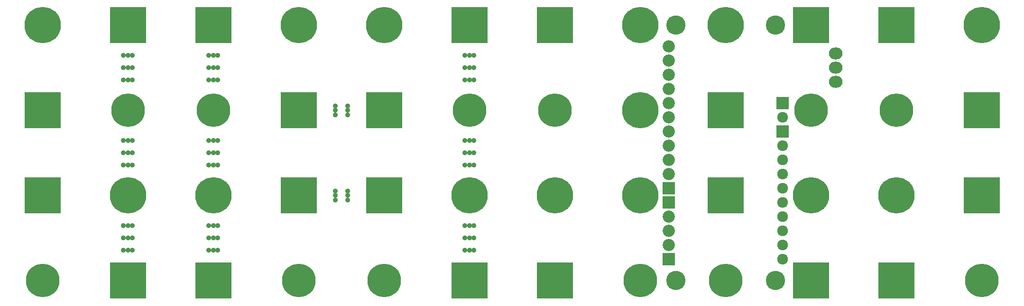
<source format=gbs>
%TF.GenerationSoftware,KiCad,Pcbnew,4.0.6-e0-6349~53~ubuntu16.04.1*%
%TF.CreationDate,2017-04-10T16:16:32+05:30*%
%TF.ProjectId,ultim_bus,756C74696D5F6275732E6B696361645F,rev?*%
%TF.FileFunction,Soldermask,Bot*%
%FSLAX46Y46*%
G04 Gerber Fmt 4.6, Leading zero omitted, Abs format (unit mm)*
G04 Created by KiCad (PCBNEW 4.0.6-e0-6349~53~ubuntu16.04.1) date Mon Apr 10 16:16:32 2017*
%MOMM*%
%LPD*%
G01*
G04 APERTURE LIST*
%ADD10C,0.101600*%
%ADD11C,0.900000*%
%ADD12C,6.496000*%
%ADD13R,6.496000X6.496000*%
%ADD14C,6.000000*%
%ADD15O,2.432000X2.127200*%
%ADD16C,2.178000*%
%ADD17R,2.178000X2.178000*%
%ADD18C,1.924000*%
%ADD19C,3.448000*%
G04 APERTURE END LIST*
D10*
D11*
X85260000Y-60960000D03*
X87460000Y-60960000D03*
X85260000Y-60160000D03*
X85260000Y-61760000D03*
X87460000Y-61760000D03*
X87460000Y-60160000D03*
D12*
X63500000Y-60960000D03*
X170180000Y-60960000D03*
X124460000Y-60960000D03*
X109220000Y-60960000D03*
X48260000Y-60960000D03*
X185420000Y-60960000D03*
D11*
X85260000Y-45720000D03*
X87460000Y-45720000D03*
X85260000Y-44920000D03*
X85260000Y-46520000D03*
X87460000Y-46520000D03*
X87460000Y-44920000D03*
D12*
X200660000Y-30480000D03*
X33020000Y-30480000D03*
X78740000Y-30480000D03*
X93980000Y-30480000D03*
X139700000Y-30480000D03*
X154940000Y-30480000D03*
D13*
X185420000Y-30480000D03*
X48260000Y-30480000D03*
X63500000Y-30480000D03*
X109220000Y-30480000D03*
X124460000Y-30480000D03*
X170180000Y-30480000D03*
X200660000Y-60960000D03*
X33020000Y-60960000D03*
X78740000Y-60960000D03*
X93980000Y-60960000D03*
D12*
X139700000Y-60960000D03*
D13*
X154940000Y-60960000D03*
D14*
X185420000Y-45720000D03*
D13*
X200660000Y-45720000D03*
X33020000Y-45720000D03*
D14*
X48260000Y-45720000D03*
X63500000Y-45720000D03*
D13*
X78740000Y-45720000D03*
X93980000Y-45720000D03*
D14*
X109220000Y-45720000D03*
X124460000Y-45720000D03*
D12*
X139700000Y-45720000D03*
D13*
X154940000Y-45720000D03*
D14*
X170180000Y-45720000D03*
D13*
X185420000Y-76200000D03*
D14*
X200660000Y-76200000D03*
X33020000Y-76200000D03*
D13*
X48260000Y-76200000D03*
X63500000Y-76200000D03*
D14*
X78740000Y-76200000D03*
X93980000Y-76200000D03*
D13*
X109220000Y-76200000D03*
X124460000Y-76200000D03*
D14*
X139700000Y-76200000D03*
X154940000Y-76200000D03*
D13*
X170180000Y-76200000D03*
D11*
X48260000Y-35900000D03*
X48260000Y-40300000D03*
X49060000Y-35900000D03*
X47460000Y-35900000D03*
X47460000Y-40300000D03*
X49060000Y-40300000D03*
X48260000Y-38100000D03*
X49060000Y-38100000D03*
X47460000Y-38100000D03*
X48260000Y-51140000D03*
X48260000Y-55540000D03*
X49060000Y-51140000D03*
X47460000Y-51140000D03*
X47460000Y-55540000D03*
X49060000Y-55540000D03*
X48260000Y-53340000D03*
X49060000Y-53340000D03*
X47460000Y-53340000D03*
X48260000Y-66380000D03*
X48260000Y-70780000D03*
X49060000Y-66380000D03*
X47460000Y-66380000D03*
X47460000Y-70780000D03*
X49060000Y-70780000D03*
X48260000Y-68580000D03*
X49060000Y-68580000D03*
X47460000Y-68580000D03*
D15*
X174625000Y-40640000D03*
X174625000Y-38100000D03*
X174625000Y-35560000D03*
D11*
X63500000Y-35900000D03*
X63500000Y-40300000D03*
X64300000Y-35900000D03*
X62700000Y-35900000D03*
X62700000Y-40300000D03*
X64300000Y-40300000D03*
X63500000Y-38100000D03*
X64300000Y-38100000D03*
X62700000Y-38100000D03*
X109220000Y-35900000D03*
X109220000Y-40300000D03*
X110020000Y-35900000D03*
X108420000Y-35900000D03*
X108420000Y-40300000D03*
X110020000Y-40300000D03*
X109220000Y-38100000D03*
X110020000Y-38100000D03*
X108420000Y-38100000D03*
X63500000Y-51140000D03*
X63500000Y-55540000D03*
X64300000Y-51140000D03*
X62700000Y-51140000D03*
X62700000Y-55540000D03*
X64300000Y-55540000D03*
X63500000Y-53340000D03*
X64300000Y-53340000D03*
X62700000Y-53340000D03*
X109220000Y-51140000D03*
X109220000Y-55540000D03*
X110020000Y-51140000D03*
X108420000Y-51140000D03*
X108420000Y-55540000D03*
X110020000Y-55540000D03*
X109220000Y-53340000D03*
X110020000Y-53340000D03*
X108420000Y-53340000D03*
X63500000Y-66380000D03*
X63500000Y-70780000D03*
X64300000Y-66380000D03*
X62700000Y-66380000D03*
X62700000Y-70780000D03*
X64300000Y-70780000D03*
X63500000Y-68580000D03*
X64300000Y-68580000D03*
X62700000Y-68580000D03*
X109220000Y-66380000D03*
X109220000Y-70780000D03*
X110020000Y-66380000D03*
X108420000Y-66380000D03*
X108420000Y-70780000D03*
X110020000Y-70780000D03*
X109220000Y-68580000D03*
X110020000Y-68580000D03*
X108420000Y-68580000D03*
D16*
X144780000Y-41910000D03*
D17*
X165100000Y-44450000D03*
X165100000Y-49530000D03*
X144780000Y-59690000D03*
X144780000Y-62230000D03*
D16*
X144780000Y-34290000D03*
X144780000Y-36830000D03*
X144780000Y-39370000D03*
X144780000Y-44450000D03*
X144780000Y-46990000D03*
X144780000Y-49530000D03*
X144780000Y-52070000D03*
X144780000Y-54610000D03*
X144780000Y-57150000D03*
X144780000Y-64770000D03*
X144780000Y-67310000D03*
X144780000Y-69850000D03*
D17*
X144780000Y-72390000D03*
D18*
X165100000Y-72390000D03*
X165100000Y-69850000D03*
X165100000Y-67310000D03*
X165100000Y-64770000D03*
X165100000Y-62230000D03*
X165100000Y-59690000D03*
X165100000Y-57150000D03*
X165100000Y-54610000D03*
X165100000Y-52070000D03*
X165100000Y-46990000D03*
D19*
X146050000Y-30480000D03*
X146050000Y-76200000D03*
X163830000Y-76200000D03*
X163830000Y-30480000D03*
M02*

</source>
